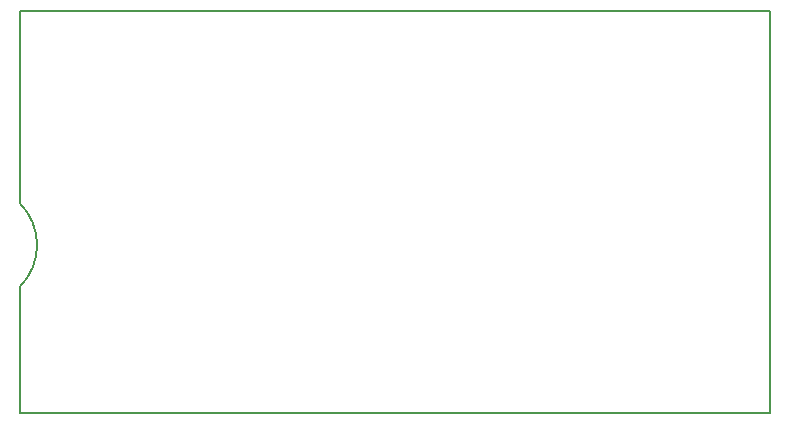
<source format=gm1>
G04 #@! TF.FileFunction,Profile,NP*
%FSLAX46Y46*%
G04 Gerber Fmt 4.6, Leading zero omitted, Abs format (unit mm)*
G04 Created by KiCad (PCBNEW 4.0.7) date 02/28/18 21:52:48*
%MOMM*%
%LPD*%
G01*
G04 APERTURE LIST*
%ADD10C,0.100000*%
%ADD11C,0.150000*%
G04 APERTURE END LIST*
D10*
D11*
X109220000Y-116840000D02*
X172720000Y-116840000D01*
X172720000Y-82804000D02*
X172720000Y-116840000D01*
X109220000Y-82804000D02*
X172720000Y-82804000D01*
X109220000Y-107442000D02*
X109220000Y-106172000D01*
X109220000Y-99060000D02*
X109220000Y-98044000D01*
X109220000Y-107696000D02*
X109220000Y-107442000D01*
X109220000Y-106172000D02*
G75*
G03X109220000Y-99060000I-3556000J3556000D01*
G01*
X109220000Y-109982000D02*
X109220000Y-107696000D01*
X109220000Y-83820000D02*
X109220000Y-98044000D01*
X109220000Y-116840000D02*
X109220000Y-109982000D01*
X109220000Y-82804000D02*
X109220000Y-83820000D01*
M02*

</source>
